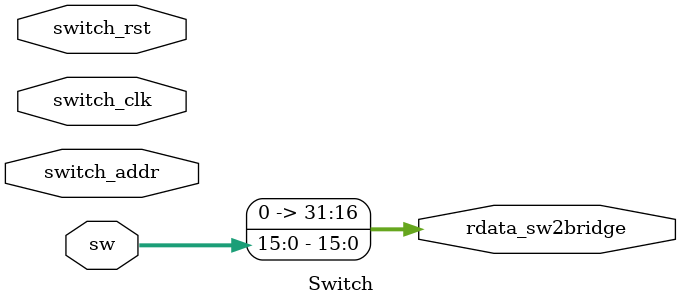
<source format=v>
`timescale 1ns / 1ps

module Switch(
    input wire switch_clk,
    input wire switch_rst,
    input wire [31:0] switch_addr,
    input wire [15:0] sw,
    output wire [31:0] rdata_sw2bridge
);
    
    assign rdata_sw2bridge = {16'b0, sw};

endmodule
</source>
